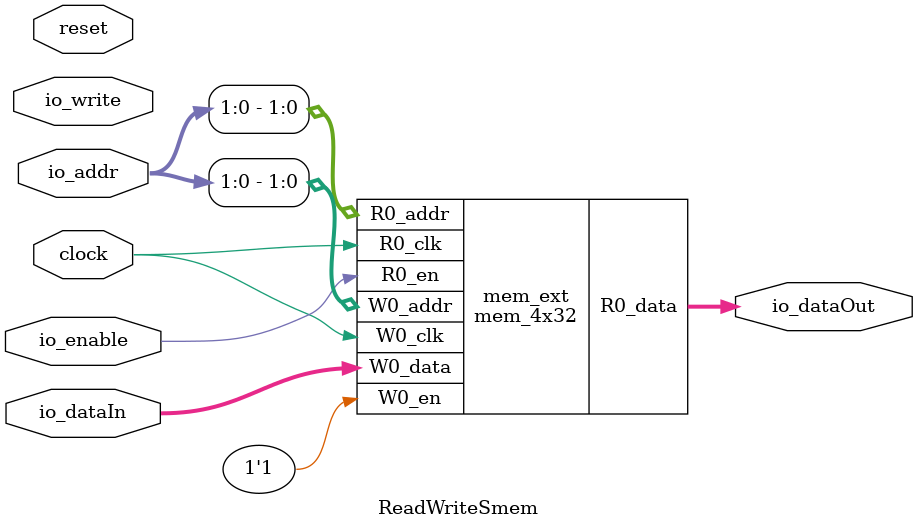
<source format=v>
module mem_4x32(
  input  [1:0]  R0_addr,
  input         R0_en,
                R0_clk,
  input  [1:0]  W0_addr,
  input         W0_en,
                W0_clk,
  input  [31:0] W0_data,
  output [31:0] R0_data
);

  reg [31:0] Memory[0:3];
  reg        _R0_en_d0;
  reg [1:0]  _R0_addr_d0;
  always @(posedge R0_clk) begin
    _R0_en_d0 <= R0_en;
    _R0_addr_d0 <= R0_addr;
  end // always @(posedge)
  always @(posedge W0_clk) begin
    if (W0_en)
      Memory[W0_addr] <= W0_data;
  end // always @(posedge)
  assign R0_data = _R0_en_d0 ? Memory[_R0_addr_d0] : 32'bx;
endmodule

module ReadWriteSmem(
  input         clock,
                reset,
                io_enable,
                io_write,
  input  [9:0]  io_addr,
  input  [31:0] io_dataIn,
  output [31:0] io_dataOut
);

  mem_4x32 mem_ext (
    .R0_addr (io_addr[1:0]),
    .R0_en   (io_enable),
    .R0_clk  (clock),
    .W0_addr (io_addr[1:0]),
    .W0_en   (1'h1),
    .W0_clk  (clock),
    .W0_data (io_dataIn),
    .R0_data (io_dataOut)
  );
endmodule


</source>
